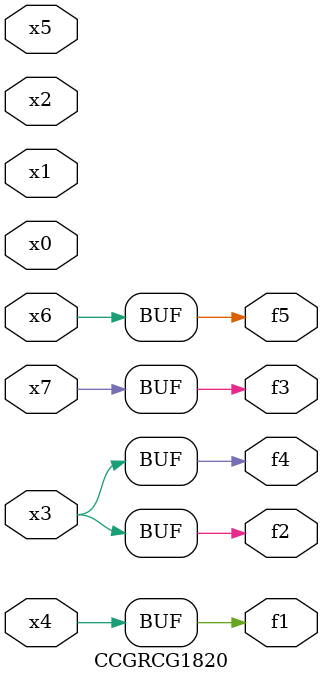
<source format=v>
module CCGRCG1820(
	input x0, x1, x2, x3, x4, x5, x6, x7,
	output f1, f2, f3, f4, f5
);
	assign f1 = x4;
	assign f2 = x3;
	assign f3 = x7;
	assign f4 = x3;
	assign f5 = x6;
endmodule

</source>
